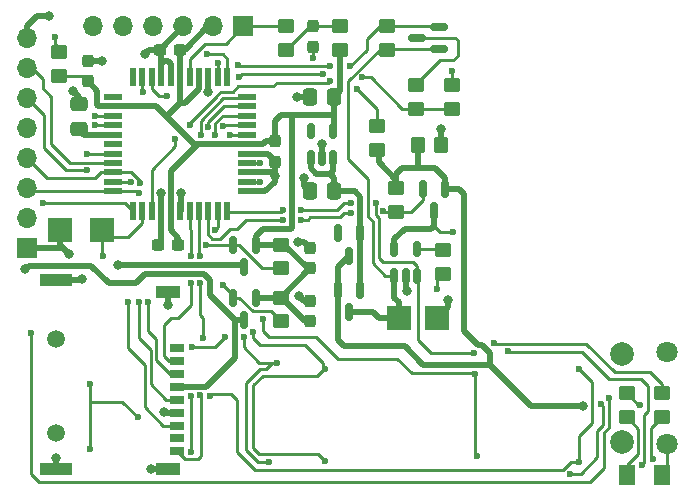
<source format=gbr>
%TF.GenerationSoftware,KiCad,Pcbnew,(6.0.9)*%
%TF.CreationDate,2023-11-17T13:22:31+01:00*%
%TF.ProjectId,datakeyboard,64617461-6b65-4796-926f-6172642e6b69,2*%
%TF.SameCoordinates,Original*%
%TF.FileFunction,Copper,L2,Bot*%
%TF.FilePolarity,Positive*%
%FSLAX46Y46*%
G04 Gerber Fmt 4.6, Leading zero omitted, Abs format (unit mm)*
G04 Created by KiCad (PCBNEW (6.0.9)) date 2023-11-17 13:22:31*
%MOMM*%
%LPD*%
G01*
G04 APERTURE LIST*
G04 Aperture macros list*
%AMRoundRect*
0 Rectangle with rounded corners*
0 $1 Rounding radius*
0 $2 $3 $4 $5 $6 $7 $8 $9 X,Y pos of 4 corners*
0 Add a 4 corners polygon primitive as box body*
4,1,4,$2,$3,$4,$5,$6,$7,$8,$9,$2,$3,0*
0 Add four circle primitives for the rounded corners*
1,1,$1+$1,$2,$3*
1,1,$1+$1,$4,$5*
1,1,$1+$1,$6,$7*
1,1,$1+$1,$8,$9*
0 Add four rect primitives between the rounded corners*
20,1,$1+$1,$2,$3,$4,$5,0*
20,1,$1+$1,$4,$5,$6,$7,0*
20,1,$1+$1,$6,$7,$8,$9,0*
20,1,$1+$1,$8,$9,$2,$3,0*%
G04 Aperture macros list end*
%TA.AperFunction,SMDPad,CuDef*%
%ADD10RoundRect,0.250000X0.450000X-0.350000X0.450000X0.350000X-0.450000X0.350000X-0.450000X-0.350000X0*%
%TD*%
%TA.AperFunction,ComponentPad*%
%ADD11R,1.700000X1.700000*%
%TD*%
%TA.AperFunction,ComponentPad*%
%ADD12O,1.700000X1.700000*%
%TD*%
%TA.AperFunction,ComponentPad*%
%ADD13C,2.000000*%
%TD*%
%TA.AperFunction,ComponentPad*%
%ADD14C,1.800000*%
%TD*%
%TA.AperFunction,ComponentPad*%
%ADD15C,1.500000*%
%TD*%
%TA.AperFunction,SMDPad,CuDef*%
%ADD16R,1.200000X0.700000*%
%TD*%
%TA.AperFunction,SMDPad,CuDef*%
%ADD17R,2.000000X1.000000*%
%TD*%
%TA.AperFunction,SMDPad,CuDef*%
%ADD18R,2.800000X1.000000*%
%TD*%
%TA.AperFunction,SMDPad,CuDef*%
%ADD19R,1.500000X0.550000*%
%TD*%
%TA.AperFunction,SMDPad,CuDef*%
%ADD20R,0.550000X1.500000*%
%TD*%
%TA.AperFunction,SMDPad,CuDef*%
%ADD21RoundRect,0.250000X-0.450000X0.350000X-0.450000X-0.350000X0.450000X-0.350000X0.450000X0.350000X0*%
%TD*%
%TA.AperFunction,SMDPad,CuDef*%
%ADD22R,2.000000X2.000000*%
%TD*%
%TA.AperFunction,SMDPad,CuDef*%
%ADD23RoundRect,0.237500X-0.237500X0.300000X-0.237500X-0.300000X0.237500X-0.300000X0.237500X0.300000X0*%
%TD*%
%TA.AperFunction,SMDPad,CuDef*%
%ADD24RoundRect,0.237500X0.300000X0.237500X-0.300000X0.237500X-0.300000X-0.237500X0.300000X-0.237500X0*%
%TD*%
%TA.AperFunction,SMDPad,CuDef*%
%ADD25RoundRect,0.150000X0.150000X-0.512500X0.150000X0.512500X-0.150000X0.512500X-0.150000X-0.512500X0*%
%TD*%
%TA.AperFunction,SMDPad,CuDef*%
%ADD26RoundRect,0.250000X0.350000X0.450000X-0.350000X0.450000X-0.350000X-0.450000X0.350000X-0.450000X0*%
%TD*%
%TA.AperFunction,SMDPad,CuDef*%
%ADD27RoundRect,0.250000X0.337500X0.475000X-0.337500X0.475000X-0.337500X-0.475000X0.337500X-0.475000X0*%
%TD*%
%TA.AperFunction,SMDPad,CuDef*%
%ADD28RoundRect,0.237500X0.237500X-0.300000X0.237500X0.300000X-0.237500X0.300000X-0.237500X-0.300000X0*%
%TD*%
%TA.AperFunction,SMDPad,CuDef*%
%ADD29RoundRect,0.150000X-0.150000X0.587500X-0.150000X-0.587500X0.150000X-0.587500X0.150000X0.587500X0*%
%TD*%
%TA.AperFunction,SMDPad,CuDef*%
%ADD30RoundRect,0.150000X0.587500X0.150000X-0.587500X0.150000X-0.587500X-0.150000X0.587500X-0.150000X0*%
%TD*%
%TA.AperFunction,SMDPad,CuDef*%
%ADD31RoundRect,0.250001X0.462499X0.624999X-0.462499X0.624999X-0.462499X-0.624999X0.462499X-0.624999X0*%
%TD*%
%TA.AperFunction,SMDPad,CuDef*%
%ADD32RoundRect,0.250000X-0.475000X0.337500X-0.475000X-0.337500X0.475000X-0.337500X0.475000X0.337500X0*%
%TD*%
%TA.AperFunction,ViaPad*%
%ADD33C,0.600000*%
%TD*%
%TA.AperFunction,ViaPad*%
%ADD34C,0.800000*%
%TD*%
%TA.AperFunction,Conductor*%
%ADD35C,0.250000*%
%TD*%
%TA.AperFunction,Conductor*%
%ADD36C,0.500000*%
%TD*%
G04 APERTURE END LIST*
D10*
%TO.P,R14,1*%
%TO.N,+3V0*%
X104775000Y-111236000D03*
%TO.P,R14,2*%
%TO.N,/CASE*%
X104775000Y-109236000D03*
%TD*%
D11*
%TO.P,JDISP1,1,Pin_1*%
%TO.N,GND*%
X102000000Y-125820000D03*
D12*
%TO.P,JDISP1,2,Pin_2*%
%TO.N,/VPER*%
X102000000Y-123280000D03*
%TO.P,JDISP1,3,Pin_3*%
%TO.N,/SCLK*%
X102000000Y-120740000D03*
%TO.P,JDISP1,4,Pin_4*%
%TO.N,/MOSI*%
X102000000Y-118200000D03*
%TO.P,JDISP1,5,Pin_5*%
%TO.N,/RES_D*%
X102000000Y-115660000D03*
%TO.P,JDISP1,6,Pin_6*%
%TO.N,/RS_D*%
X102000000Y-113120000D03*
%TO.P,JDISP1,7,Pin_7*%
%TO.N,/CS_D*%
X102000000Y-110580000D03*
%TO.P,JDISP1,8,Pin_8*%
%TO.N,/LEDA*%
X102000000Y-108040000D03*
%TD*%
D13*
%TO.P,JUSB1,6,Shield*%
%TO.N,GND*%
X152395000Y-134775000D03*
D14*
X156195000Y-134625000D03*
X156195000Y-142375000D03*
D13*
X152395000Y-142225000D03*
%TD*%
D11*
%TO.P,JPICKKIT1,1,Pin_1*%
%TO.N,/RESET*%
X120350000Y-107000000D03*
D12*
%TO.P,JPICKKIT1,2,Pin_2*%
%TO.N,+3V0*%
X117810000Y-107000000D03*
%TO.P,JPICKKIT1,3,Pin_3*%
%TO.N,GND*%
X115270000Y-107000000D03*
%TO.P,JPICKKIT1,4,Pin_4*%
%TO.N,Net-(JPICKKIT1-Pad4)*%
X112730000Y-107000000D03*
%TO.P,JPICKKIT1,5,Pin_5*%
%TO.N,Net-(JPICKKIT1-Pad5)*%
X110190000Y-107000000D03*
%TO.P,JPICKKIT1,6,Pin_6*%
%TO.N,unconnected-(JPICKKIT1-Pad6)*%
X107650000Y-107000000D03*
%TD*%
D15*
%TO.P,JCARD1,*%
%TO.N,*%
X104500000Y-141500000D03*
X104500000Y-133500000D03*
D16*
%TO.P,JCARD1,1,DAT2*%
%TO.N,unconnected-(JCARD1-Pad1)*%
X114725000Y-134225000D03*
%TO.P,JCARD1,2,DAT3/CD*%
%TO.N,/SDCard_CS*%
X114725000Y-135325000D03*
%TO.P,JCARD1,3,CMD*%
%TO.N,/MOSI*%
X114725000Y-136425000D03*
%TO.P,JCARD1,4,VDD*%
%TO.N,/VPER*%
X114725000Y-137525000D03*
%TO.P,JCARD1,5,CLK*%
%TO.N,/SCLK*%
X114725000Y-138625000D03*
%TO.P,JCARD1,6,VSS*%
%TO.N,GND*%
X114725000Y-139725000D03*
%TO.P,JCARD1,7,DAT0*%
%TO.N,/MISO*%
X114725000Y-140825000D03*
%TO.P,JCARD1,8,DAT1*%
%TO.N,unconnected-(JCARD1-Pad8)*%
X114725000Y-141925000D03*
%TO.P,JCARD1,9,DET_B*%
%TO.N,/SDCard_CD*%
X114725000Y-143025000D03*
D17*
%TO.P,JCARD1,10,DET_A*%
%TO.N,GND*%
X114000000Y-144500000D03*
D18*
%TO.P,JCARD1,11,SHIELD*%
X104500000Y-128500000D03*
X104500000Y-144500000D03*
D17*
X114000000Y-129500000D03*
%TD*%
D19*
%TO.P,U1,1,RB9*%
%TO.N,/SCLK*%
X109300000Y-121000000D03*
%TO.P,U1,2,RC6*%
%TO.N,/MISO*%
X109300000Y-120200000D03*
%TO.P,U1,3,RC7*%
%TO.N,/MOSI*%
X109300000Y-119400000D03*
%TO.P,U1,4,RC8*%
%TO.N,/CS_D*%
X109300000Y-118600000D03*
%TO.P,U1,5,PC9*%
%TO.N,/RS_D*%
X109300000Y-117800000D03*
%TO.P,U1,6,VBAT*%
%TO.N,unconnected-(U1-Pad6)*%
X109300000Y-117000000D03*
%TO.P,U1,7,VCAP*%
%TO.N,Net-(C3-Pad2)*%
X109300000Y-116200000D03*
%TO.P,U1,8,RB10*%
%TO.N,Net-(JUSB1-Pad3)*%
X109300000Y-115400000D03*
%TO.P,U1,9,RB11*%
%TO.N,Net-(JUSB1-Pad2)*%
X109300000Y-114600000D03*
%TO.P,U1,10,VUSB3V3*%
%TO.N,+3V0*%
X109300000Y-113800000D03*
%TO.P,U1,11,RB13*%
%TO.N,unconnected-(U1-Pad11)*%
X109300000Y-113000000D03*
D20*
%TO.P,U1,12,RA10*%
%TO.N,unconnected-(U1-Pad12)*%
X111000000Y-111300000D03*
%TO.P,U1,13,RA7*%
%TO.N,/VOLT_PWR*%
X111800000Y-111300000D03*
%TO.P,U1,14,RB14*%
%TO.N,/VOLT_READ*%
X112600000Y-111300000D03*
%TO.P,U1,15,RB15*%
%TO.N,GND*%
X113400000Y-111300000D03*
%TO.P,U1,16,AVSS/VSS*%
X114200000Y-111300000D03*
%TO.P,U1,17,AVDD*%
%TO.N,+3V0*%
X115000000Y-111300000D03*
%TO.P,U1,18,MCLR*%
%TO.N,/RESET*%
X115800000Y-111300000D03*
%TO.P,U1,19,RA0*%
%TO.N,+3V0*%
X116600000Y-111300000D03*
%TO.P,U1,20,RA1*%
%TO.N,GND*%
X117400000Y-111300000D03*
%TO.P,U1,21,RB0*%
%TO.N,Net-(JPICKKIT1-Pad4)*%
X118200000Y-111300000D03*
%TO.P,U1,22,RB1*%
%TO.N,Net-(JPICKKIT1-Pad5)*%
X119000000Y-111300000D03*
D19*
%TO.P,U1,23,RB2*%
%TO.N,/OC1*%
X120700000Y-113000000D03*
%TO.P,U1,24,RB3*%
%TO.N,/PER_PWR*%
X120700000Y-113800000D03*
%TO.P,U1,25,RC0*%
%TO.N,/BTN1*%
X120700000Y-114600000D03*
%TO.P,U1,26,RC1*%
%TO.N,/BTN2*%
X120700000Y-115400000D03*
%TO.P,U1,27,RC2*%
%TO.N,/BTN3*%
X120700000Y-116200000D03*
%TO.P,U1,28,VDD*%
%TO.N,+3V0*%
X120700000Y-117000000D03*
%TO.P,U1,29,VSS*%
%TO.N,GND*%
X120700000Y-117800000D03*
%TO.P,U1,30,RA2*%
%TO.N,/BTN4*%
X120700000Y-118600000D03*
%TO.P,U1,31,RA3*%
%TO.N,GND*%
X120700000Y-119400000D03*
%TO.P,U1,32,RA8*%
%TO.N,/BTN5*%
X120700000Y-120200000D03*
%TO.P,U1,33,RB4*%
%TO.N,GND*%
X120700000Y-121000000D03*
D20*
%TO.P,U1,34,RA4*%
%TO.N,/CHRG*%
X119000000Y-122700000D03*
%TO.P,U1,35,RA9*%
%TO.N,/BTN6*%
X118200000Y-122700000D03*
%TO.P,U1,36,RC3*%
%TO.N,/CHRG_PWR*%
X117400000Y-122700000D03*
%TO.P,U1,37,RC4*%
%TO.N,/SDCard_CD*%
X116600000Y-122700000D03*
%TO.P,U1,38,RC5*%
%TO.N,/SDCard_CS*%
X115800000Y-122700000D03*
%TO.P,U1,39,VSS*%
%TO.N,GND*%
X115000000Y-122700000D03*
%TO.P,U1,40,VDD*%
%TO.N,+3V0*%
X114200000Y-122700000D03*
%TO.P,U1,41,RB5*%
%TO.N,GND*%
X113400000Y-122700000D03*
%TO.P,U1,42,RB6*%
%TO.N,Net-(R1-Pad1)*%
X112600000Y-122700000D03*
%TO.P,U1,43,RB7*%
%TO.N,/CASE*%
X111800000Y-122700000D03*
%TO.P,U1,44,RB8*%
%TO.N,/RES_D*%
X111000000Y-122700000D03*
%TD*%
D21*
%TO.P,R1,1*%
%TO.N,Net-(R1-Pad1)*%
X131700000Y-115500000D03*
%TO.P,R1,2*%
%TO.N,/VUSB*%
X131700000Y-117500000D03*
%TD*%
D22*
%TO.P,JCASE2,1,Pin_1*%
%TO.N,GND*%
X104800000Y-124300000D03*
%TD*%
D23*
%TO.P,C10,1*%
%TO.N,+3V0*%
X123000000Y-116750000D03*
%TO.P,C10,2*%
%TO.N,GND*%
X123000000Y-118475000D03*
%TD*%
D21*
%TO.P,R5,1*%
%TO.N,Net-(Q3-Pad3)*%
X135000000Y-112000000D03*
%TO.P,R5,2*%
%TO.N,/VOLT_READ*%
X135000000Y-114000000D03*
%TD*%
D24*
%TO.P,C6,1*%
%TO.N,+3V0*%
X115000000Y-109000000D03*
%TO.P,C6,2*%
%TO.N,GND*%
X113275000Y-109000000D03*
%TD*%
D25*
%TO.P,U3,1,IN*%
%TO.N,Net-(C1-Pad1)*%
X127950000Y-118137500D03*
%TO.P,U3,2,GND*%
%TO.N,GND*%
X127000000Y-118137500D03*
%TO.P,U3,3,EN*%
%TO.N,Net-(C1-Pad1)*%
X126050000Y-118137500D03*
%TO.P,U3,4,BP*%
%TO.N,unconnected-(U3-Pad4)*%
X126050000Y-115862500D03*
%TO.P,U3,5,OUT*%
%TO.N,+3V0*%
X127950000Y-115862500D03*
%TD*%
%TO.P,U2,1,STAT*%
%TO.N,/CHRG*%
X135050000Y-128137500D03*
%TO.P,U2,2,VSS*%
%TO.N,GND*%
X134100000Y-128137500D03*
%TO.P,U2,3,VBAT*%
%TO.N,/VBAT*%
X133150000Y-128137500D03*
%TO.P,U2,4,VDD*%
%TO.N,Net-(Q4-Pad3)*%
X133150000Y-125862500D03*
%TO.P,U2,5,PROG*%
%TO.N,Net-(R9-Pad2)*%
X135050000Y-125862500D03*
%TD*%
D10*
%TO.P,R10,1*%
%TO.N,/PER_PWR*%
X123500000Y-132000000D03*
%TO.P,R10,2*%
%TO.N,+3V0*%
X123500000Y-130000000D03*
%TD*%
D21*
%TO.P,R11,1*%
%TO.N,+3V0*%
X123500000Y-125500000D03*
%TO.P,R11,2*%
%TO.N,/OC1*%
X123500000Y-127500000D03*
%TD*%
D10*
%TO.P,R4,1*%
%TO.N,/VOLT_READ*%
X138000000Y-114000000D03*
%TO.P,R4,2*%
%TO.N,GND*%
X138000000Y-112000000D03*
%TD*%
D26*
%TO.P,R13,1*%
%TO.N,GND*%
X137100000Y-117100000D03*
%TO.P,R13,2*%
%TO.N,/VUSB*%
X135100000Y-117100000D03*
%TD*%
D27*
%TO.P,C2,1*%
%TO.N,+3V0*%
X128037500Y-113000000D03*
%TO.P,C2,2*%
%TO.N,GND*%
X125962500Y-113000000D03*
%TD*%
D22*
%TO.P,JBAT2,1,Pin_1*%
%TO.N,GND*%
X136750000Y-131750000D03*
%TD*%
D28*
%TO.P,C7,1*%
%TO.N,+3V0*%
X126000000Y-127500000D03*
%TO.P,C7,2*%
%TO.N,GND*%
X126000000Y-125775000D03*
%TD*%
D29*
%TO.P,D3,1*%
%TO.N,unconnected-(D3-Pad1)*%
X128350000Y-124562500D03*
%TO.P,D3,2*%
%TO.N,Net-(C1-Pad1)*%
X130250000Y-124562500D03*
%TO.P,D3,3*%
%TO.N,/VUSB*%
X129300000Y-126437500D03*
%TD*%
D22*
%TO.P,JBAT1,1,Pin_1*%
%TO.N,/VBAT*%
X133500000Y-131750000D03*
%TD*%
D29*
%TO.P,Q1,1,G*%
%TO.N,/PER_PWR*%
X119500000Y-130000000D03*
%TO.P,Q1,2,S*%
%TO.N,+3V0*%
X121400000Y-130000000D03*
%TO.P,Q1,3,D*%
%TO.N,/VPER*%
X120450000Y-131875000D03*
%TD*%
D28*
%TO.P,C5,1*%
%TO.N,+3V0*%
X107200000Y-111662500D03*
%TO.P,C5,2*%
%TO.N,GND*%
X107200000Y-109937500D03*
%TD*%
D21*
%TO.P,R3,1*%
%TO.N,/VUSB*%
X152800000Y-138100000D03*
%TO.P,R3,2*%
%TO.N,Net-(D2-Pad2)*%
X152800000Y-140100000D03*
%TD*%
D10*
%TO.P,R8,1*%
%TO.N,Net-(C11-Pad1)*%
X124000000Y-109000000D03*
%TO.P,R8,2*%
%TO.N,/RESET*%
X124000000Y-107000000D03*
%TD*%
D29*
%TO.P,Q2,1,G*%
%TO.N,/OC1*%
X119500000Y-125562500D03*
%TO.P,Q2,2,S*%
%TO.N,+3V0*%
X121400000Y-125562500D03*
%TO.P,Q2,3,D*%
%TO.N,/LEDA*%
X120450000Y-127437500D03*
%TD*%
D24*
%TO.P,C8,1*%
%TO.N,+3V0*%
X114862500Y-125500000D03*
%TO.P,C8,2*%
%TO.N,GND*%
X113137500Y-125500000D03*
%TD*%
D10*
%TO.P,R12,1*%
%TO.N,/CHRG_PWR*%
X133300000Y-122750000D03*
%TO.P,R12,2*%
%TO.N,/VUSB*%
X133300000Y-120750000D03*
%TD*%
D28*
%TO.P,C9,1*%
%TO.N,+3V0*%
X126000000Y-132000000D03*
%TO.P,C9,2*%
%TO.N,GND*%
X126000000Y-130275000D03*
%TD*%
D27*
%TO.P,C1,1*%
%TO.N,Net-(C1-Pad1)*%
X128037500Y-121000000D03*
%TO.P,C1,2*%
%TO.N,GND*%
X125962500Y-121000000D03*
%TD*%
D10*
%TO.P,R2,1*%
%TO.N,Net-(D1-Pad2)*%
X155800000Y-140100000D03*
%TO.P,R2,2*%
%TO.N,Net-(Q4-Pad3)*%
X155800000Y-138100000D03*
%TD*%
D22*
%TO.P,JCASE1,1,Pin_1*%
%TO.N,/CASE*%
X108400000Y-124300000D03*
%TD*%
D23*
%TO.P,C11,1*%
%TO.N,Net-(C11-Pad1)*%
X126250000Y-107025000D03*
%TO.P,C11,2*%
%TO.N,GND*%
X126250000Y-108750000D03*
%TD*%
D10*
%TO.P,R7,1*%
%TO.N,+3V0*%
X128500000Y-109000000D03*
%TO.P,R7,2*%
%TO.N,Net-(C11-Pad1)*%
X128500000Y-107000000D03*
%TD*%
D29*
%TO.P,Q4,1,G*%
%TO.N,/CHRG_PWR*%
X135550000Y-120812500D03*
%TO.P,Q4,2,S*%
%TO.N,/VUSB*%
X137450000Y-120812500D03*
%TO.P,Q4,3,D*%
%TO.N,Net-(Q4-Pad3)*%
X136500000Y-122687500D03*
%TD*%
D30*
%TO.P,Q3,1,G*%
%TO.N,/VOLT_PWR*%
X136937500Y-107050000D03*
%TO.P,Q3,2,S*%
%TO.N,/VBAT*%
X136937500Y-108950000D03*
%TO.P,Q3,3,D*%
%TO.N,Net-(Q3-Pad3)*%
X135062500Y-108000000D03*
%TD*%
D10*
%TO.P,R6,1*%
%TO.N,/VBAT*%
X132500000Y-109000000D03*
%TO.P,R6,2*%
%TO.N,/VOLT_PWR*%
X132500000Y-107000000D03*
%TD*%
D31*
%TO.P,D2,1,K*%
%TO.N,GND*%
X155787500Y-145000000D03*
%TO.P,D2,2,A*%
%TO.N,Net-(D2-Pad2)*%
X152812500Y-145000000D03*
%TD*%
D29*
%TO.P,Q5,1,G*%
%TO.N,/VUSB*%
X128350000Y-129362500D03*
%TO.P,Q5,2,S*%
%TO.N,Net-(C1-Pad1)*%
X130250000Y-129362500D03*
%TO.P,Q5,3,D*%
%TO.N,/VBAT*%
X129300000Y-131237500D03*
%TD*%
D10*
%TO.P,R9,1*%
%TO.N,GND*%
X137300000Y-128000000D03*
%TO.P,R9,2*%
%TO.N,Net-(R9-Pad2)*%
X137300000Y-126000000D03*
%TD*%
D32*
%TO.P,C3,1*%
%TO.N,GND*%
X106400000Y-113625000D03*
%TO.P,C3,2*%
%TO.N,Net-(C3-Pad2)*%
X106400000Y-115700000D03*
%TD*%
D33*
%TO.N,/CASE*%
X104394000Y-107950000D03*
X108458000Y-126492000D03*
D34*
%TO.N,GND*%
X112500000Y-144500000D03*
X125000000Y-125300000D03*
X112000000Y-109400000D03*
D33*
X138000000Y-110800000D03*
D34*
X124900000Y-113000000D03*
X114000000Y-130600000D03*
X108400000Y-110000000D03*
X105600000Y-126300000D03*
D33*
X126250000Y-109750000D03*
D34*
X115049500Y-121100000D03*
X113350500Y-121100000D03*
X137700000Y-130200000D03*
X104500000Y-143600000D03*
X125100000Y-129900000D03*
X105900000Y-112500000D03*
X137100000Y-115700000D03*
X134237573Y-129478530D03*
D33*
X136750000Y-129250000D03*
D34*
X113600000Y-139700000D03*
X125500000Y-119900000D03*
X106700000Y-128400000D03*
X117400000Y-112600000D03*
X123000000Y-119700000D03*
X127000000Y-117000000D03*
%TO.N,/VUSB*%
X149100000Y-139200000D03*
D33*
X153975500Y-139100000D03*
%TO.N,/SDCard_CS*%
X115900000Y-126450500D03*
X115900000Y-128749500D03*
%TO.N,/MOSI*%
X111613067Y-120308533D03*
X112300000Y-130400000D03*
D34*
%TO.N,/VPER*%
X101900000Y-127600000D03*
D33*
%TO.N,/SCLK*%
X111500497Y-130400000D03*
X111500000Y-121100000D03*
%TO.N,/MISO*%
X110800000Y-120200000D03*
X110600000Y-130400000D03*
%TO.N,/SDCard_CD*%
X116699503Y-126450500D03*
X116700000Y-138274500D03*
X116900000Y-133400000D03*
X116700000Y-128749500D03*
%TO.N,/RES_D*%
X103375500Y-122000000D03*
%TO.N,/RS_D*%
X107100000Y-119224500D03*
X107100000Y-117800000D03*
D34*
%TO.N,/LEDA*%
X109728000Y-127254000D03*
X103886000Y-106172000D03*
D33*
%TO.N,Net-(JPICKKIT1-Pad4)*%
X118200000Y-110100000D03*
%TO.N,Net-(JPICKKIT1-Pad5)*%
X117300000Y-109400000D03*
%TO.N,/PER_PWR*%
X117351000Y-115573407D03*
X118624500Y-128900000D03*
%TO.N,/OC1*%
X116726500Y-116200000D03*
X117224500Y-125500000D03*
%TO.N,/VOLT_PWR*%
X129400000Y-110400000D03*
X127708285Y-110425408D03*
X119900000Y-110300000D03*
X111900000Y-112600000D03*
%TO.N,Net-(R1-Pad1)*%
X127700000Y-111674408D03*
X114600000Y-116600000D03*
X130000000Y-112300000D03*
X115800688Y-115399312D03*
%TO.N,/CHRG*%
X131574500Y-122000000D03*
X142800000Y-134524500D03*
X125212000Y-122600000D03*
X123713000Y-122600000D03*
X139900000Y-134700000D03*
X129500500Y-122000000D03*
X154100000Y-144200000D03*
%TO.N,/VOLT_READ*%
X130441589Y-111341589D03*
X120000000Y-111300000D03*
X127100000Y-111049908D03*
X113900000Y-112900000D03*
%TO.N,/BTN1*%
X111400000Y-140100000D03*
X107400000Y-142800000D03*
X107400000Y-137300000D03*
X117975500Y-116200000D03*
%TO.N,/BTN2*%
X115900000Y-143075500D03*
X115900000Y-138300000D03*
X118824500Y-133300000D03*
X118600000Y-115500000D03*
X116000000Y-134200000D03*
%TO.N,/BTN3*%
X122500000Y-143900000D03*
X119224500Y-116200000D03*
X123200000Y-135500000D03*
X120400000Y-133300000D03*
%TO.N,/BTN5*%
X121800000Y-120200000D03*
X122000000Y-131779126D03*
X140100000Y-143400000D03*
X139976783Y-136439303D03*
%TO.N,/BTN6*%
X148800000Y-143900000D03*
X117500000Y-138300000D03*
X117975500Y-124266589D03*
X148800000Y-136000000D03*
%TO.N,/BTN4*%
X121200000Y-132900000D03*
X121800000Y-118600000D03*
X127300000Y-136000000D03*
X127300000Y-143800000D03*
%TO.N,/CHRG_PWR*%
X132200000Y-122700000D03*
X129500000Y-122800000D03*
X123713000Y-123450500D03*
X125212000Y-123399503D03*
%TO.N,Net-(JUSB1-Pad2)*%
X148000000Y-144900000D03*
X150600000Y-139000000D03*
X107800000Y-114600000D03*
%TO.N,Net-(JUSB1-Pad3)*%
X151300000Y-138500000D03*
X107800000Y-115400000D03*
X102400000Y-133000000D03*
%TO.N,Net-(D1-Pad2)*%
X155004149Y-143697648D03*
%TO.N,Net-(Q4-Pad3)*%
X141600000Y-133800000D03*
X138100000Y-124400000D03*
%TD*%
D35*
%TO.N,/CASE*%
X104394000Y-108458000D02*
X104394000Y-107950000D01*
X104775000Y-108839000D02*
X104394000Y-108458000D01*
X104775000Y-109236000D02*
X104775000Y-108839000D01*
%TO.N,+3V0*%
X106773500Y-111236000D02*
X107200000Y-111662500D01*
X104775000Y-111236000D02*
X106773500Y-111236000D01*
%TO.N,/CS_D*%
X102480000Y-110580000D02*
X102000000Y-110580000D01*
X103378000Y-112268000D02*
X103378000Y-111478000D01*
X104100000Y-112990000D02*
X103378000Y-112268000D01*
X104100000Y-117000000D02*
X104100000Y-112990000D01*
X105700000Y-118600000D02*
X104100000Y-117000000D01*
X109300000Y-118600000D02*
X105700000Y-118600000D01*
X103378000Y-111478000D02*
X102480000Y-110580000D01*
%TO.N,/CASE*%
X108400000Y-126434000D02*
X108458000Y-126492000D01*
X108400000Y-124300000D02*
X108400000Y-126434000D01*
D36*
%TO.N,/LEDA*%
X102000000Y-107042000D02*
X102000000Y-108040000D01*
X102870000Y-106172000D02*
X102000000Y-107042000D01*
X103886000Y-106172000D02*
X102870000Y-106172000D01*
X109728000Y-127254000D02*
X109782000Y-127200000D01*
X109782000Y-127200000D02*
X120212500Y-127200000D01*
X120212500Y-127200000D02*
X120450000Y-127437500D01*
%TO.N,/VPER*%
X117500000Y-129750000D02*
X119625000Y-131875000D01*
X112030500Y-127999500D02*
X117010661Y-127999500D01*
X102200000Y-127300000D02*
X107488000Y-127300000D01*
X107488000Y-127300000D02*
X108966000Y-128778000D01*
X117500000Y-128488839D02*
X117500000Y-129750000D01*
X101900000Y-127600000D02*
X102200000Y-127300000D01*
X108966000Y-128778000D02*
X111252000Y-128778000D01*
X117010661Y-127999500D02*
X117500000Y-128488839D01*
X111252000Y-128778000D02*
X112030500Y-127999500D01*
%TO.N,/VBAT*%
X129300000Y-131237500D02*
X131362500Y-131237500D01*
X133500000Y-131750000D02*
X131875000Y-131750000D01*
D35*
X131900000Y-109000000D02*
X132500000Y-109000000D01*
D36*
X133500000Y-131750000D02*
X133500000Y-130400000D01*
X133150000Y-130050000D02*
X133150000Y-128137500D01*
D35*
X129250000Y-111650000D02*
X131900000Y-109000000D01*
X133150000Y-128137500D02*
X132337500Y-128137500D01*
X129250000Y-118250000D02*
X129250000Y-111650000D01*
X131300000Y-123500000D02*
X130950000Y-123150000D01*
D36*
X133500000Y-130400000D02*
X133150000Y-130050000D01*
D35*
X136937500Y-108950000D02*
X132550000Y-108950000D01*
X131300000Y-127100000D02*
X131300000Y-123500000D01*
X130950000Y-119950000D02*
X129250000Y-118250000D01*
X132550000Y-108950000D02*
X132500000Y-109000000D01*
X132337500Y-128137500D02*
X131300000Y-127100000D01*
D36*
X131875000Y-131750000D02*
X131362500Y-131237500D01*
D35*
X130950000Y-123150000D02*
X130950000Y-119950000D01*
D36*
%TO.N,GND*%
X134100000Y-129340957D02*
X134237573Y-129478530D01*
X115049500Y-121100000D02*
X115049500Y-122650500D01*
D35*
X137300000Y-128000000D02*
X136750000Y-128550000D01*
D36*
X113625000Y-139725000D02*
X113600000Y-139700000D01*
X137100000Y-117100000D02*
X137100000Y-115700000D01*
X114200000Y-110200000D02*
X114000000Y-110000000D01*
X103280000Y-125820000D02*
X105120000Y-125820000D01*
X117400000Y-112600000D02*
X117349500Y-112549500D01*
X113400000Y-111300000D02*
X113400000Y-110200000D01*
X113600000Y-110000000D02*
X113400000Y-110200000D01*
X106400000Y-113000000D02*
X106400000Y-113625000D01*
X104800000Y-125500000D02*
X104800000Y-124300000D01*
X107200000Y-109937500D02*
X108337500Y-109937500D01*
X102000000Y-125820000D02*
X103280000Y-125820000D01*
D35*
X138000000Y-112000000D02*
X138000000Y-110800000D01*
D36*
X113400000Y-110200000D02*
X113400000Y-109125000D01*
X114000000Y-129500000D02*
X114000000Y-130600000D01*
X114725000Y-139725000D02*
X113625000Y-139725000D01*
X134100000Y-128137500D02*
X134100000Y-129340957D01*
X114200000Y-111300000D02*
X114200000Y-110200000D01*
X104500000Y-128500000D02*
X106600000Y-128500000D01*
X113350500Y-121100000D02*
X113350500Y-122650500D01*
X125100000Y-129900000D02*
X125475000Y-130275000D01*
D35*
X126250000Y-108750000D02*
X126250000Y-109750000D01*
D36*
X113400000Y-125237500D02*
X113137500Y-125500000D01*
X127000000Y-118137500D02*
X127000000Y-117000000D01*
X113400000Y-122700000D02*
X113400000Y-125237500D01*
X105600000Y-126300000D02*
X104800000Y-125500000D01*
X137700000Y-130200000D02*
X137700000Y-130800000D01*
X125525000Y-125300000D02*
X126000000Y-125775000D01*
X108337500Y-109937500D02*
X108400000Y-110000000D01*
X122700000Y-119400000D02*
X123000000Y-119700000D01*
X123000000Y-118475000D02*
X123000000Y-119700000D01*
X113275000Y-109000000D02*
X113275000Y-108995000D01*
X137700000Y-130800000D02*
X136750000Y-131750000D01*
X114000000Y-110000000D02*
X113600000Y-110000000D01*
D35*
X156195000Y-144592500D02*
X156195000Y-142375000D01*
D36*
X113350500Y-122650500D02*
X113400000Y-122700000D01*
X113400000Y-109125000D02*
X113275000Y-109000000D01*
X125000000Y-125300000D02*
X125525000Y-125300000D01*
X122200000Y-121000000D02*
X123000000Y-120200000D01*
X120700000Y-121000000D02*
X122200000Y-121000000D01*
X105120000Y-125820000D02*
X105600000Y-126300000D01*
X117349500Y-111350500D02*
X117400000Y-111300000D01*
X112400000Y-109000000D02*
X112000000Y-109400000D01*
X123000000Y-118400000D02*
X123000000Y-118475000D01*
X123000000Y-120200000D02*
X123000000Y-119700000D01*
X106600000Y-128500000D02*
X106700000Y-128400000D01*
X125500000Y-119900000D02*
X125500000Y-120537500D01*
X120700000Y-119400000D02*
X122700000Y-119400000D01*
D35*
X155787500Y-145000000D02*
X156195000Y-144592500D01*
D36*
X125475000Y-130275000D02*
X126000000Y-130275000D01*
X120700000Y-117800000D02*
X122400000Y-117800000D01*
D35*
X136750000Y-128550000D02*
X136750000Y-129250000D01*
D36*
X122400000Y-117800000D02*
X123000000Y-118400000D01*
X124900000Y-113000000D02*
X125962500Y-113000000D01*
X105900000Y-112500000D02*
X106400000Y-113000000D01*
X125500000Y-120537500D02*
X125962500Y-121000000D01*
X114000000Y-144500000D02*
X112500000Y-144500000D01*
X113275000Y-108995000D02*
X115270000Y-107000000D01*
X117349500Y-112549500D02*
X117349500Y-111350500D01*
X113275000Y-109000000D02*
X112400000Y-109000000D01*
X104500000Y-144500000D02*
X104500000Y-143600000D01*
X115049500Y-122650500D02*
X115000000Y-122700000D01*
%TO.N,+3V0*%
X114200000Y-122700000D02*
X114200000Y-124300000D01*
X124400000Y-124200000D02*
X124462500Y-124137500D01*
X125600000Y-132000000D02*
X123600000Y-130000000D01*
X123500000Y-130000000D02*
X121400000Y-130000000D01*
X115400000Y-109000000D02*
X117400000Y-107000000D01*
X116200000Y-117000000D02*
X116500000Y-117000000D01*
X128037500Y-113000000D02*
X128500000Y-112537500D01*
X123500000Y-125500000D02*
X121462500Y-125500000D01*
X109300000Y-113800000D02*
X108100000Y-113800000D01*
X126000000Y-127500000D02*
X125800000Y-127500000D01*
X113750000Y-114550000D02*
X116200000Y-117000000D01*
X128037500Y-114537500D02*
X124462500Y-114537500D01*
X117400000Y-107000000D02*
X117810000Y-107000000D01*
X108000000Y-112462500D02*
X107200000Y-111662500D01*
X128037500Y-115775000D02*
X127950000Y-115862500D01*
X108100000Y-113800000D02*
X108000000Y-113700000D01*
X115000000Y-113500000D02*
X113950000Y-114550000D01*
X122000000Y-124200000D02*
X124400000Y-124200000D01*
X113950000Y-114550000D02*
X113750000Y-114550000D01*
X121400000Y-124800000D02*
X122000000Y-124200000D01*
X109300000Y-113800000D02*
X113000000Y-113800000D01*
X115000000Y-111300000D02*
X115000000Y-109000000D01*
X115400000Y-113500000D02*
X116600000Y-112300000D01*
X122000000Y-117000000D02*
X120700000Y-117000000D01*
X123000000Y-116750000D02*
X123000000Y-115075000D01*
X114200000Y-124300000D02*
X114862500Y-124962500D01*
X108000000Y-113700000D02*
X108000000Y-112462500D01*
X128037500Y-113000000D02*
X128037500Y-114537500D01*
X128500000Y-112537500D02*
X128500000Y-109000000D01*
X126000000Y-132000000D02*
X125600000Y-132000000D01*
X116600000Y-112300000D02*
X116600000Y-111300000D01*
X121462500Y-125500000D02*
X121400000Y-125562500D01*
X114200000Y-119300000D02*
X114200000Y-122700000D01*
X115000000Y-109000000D02*
X115400000Y-109000000D01*
X122000000Y-117000000D02*
X122250000Y-116750000D01*
X114200000Y-119300000D02*
X115350000Y-118150000D01*
X124462500Y-124137500D02*
X124462500Y-114537500D01*
X122250000Y-116750000D02*
X123000000Y-116750000D01*
X123500000Y-130000000D02*
X126000000Y-127500000D01*
X123800000Y-125500000D02*
X123500000Y-125500000D01*
X121400000Y-125562500D02*
X121400000Y-124800000D01*
X114862500Y-124962500D02*
X114862500Y-125500000D01*
X123600000Y-130000000D02*
X123500000Y-130000000D01*
X123000000Y-115075000D02*
X123537500Y-114537500D01*
X124462500Y-114537500D02*
X123537500Y-114537500D01*
X113000000Y-113800000D02*
X113750000Y-114550000D01*
X115000000Y-113500000D02*
X115400000Y-113500000D01*
X119000000Y-117000000D02*
X120700000Y-117000000D01*
X115350000Y-118150000D02*
X116500000Y-117000000D01*
X128037500Y-114537500D02*
X128037500Y-115775000D01*
X116500000Y-117000000D02*
X119000000Y-117000000D01*
X115000000Y-111300000D02*
X115000000Y-113500000D01*
X125800000Y-127500000D02*
X123800000Y-125500000D01*
%TO.N,Net-(C3-Pad2)*%
X106900000Y-116200000D02*
X106400000Y-115700000D01*
X109300000Y-116200000D02*
X106900000Y-116200000D01*
%TO.N,/VUSB*%
X133300000Y-120000000D02*
X131850000Y-118550000D01*
X128350000Y-127387500D02*
X129300000Y-126437500D01*
X128350000Y-133550000D02*
X128350000Y-129362500D01*
X144700000Y-139200000D02*
X141200000Y-135700000D01*
X131850000Y-117650000D02*
X131700000Y-117500000D01*
X149100000Y-139200000D02*
X147200000Y-139200000D01*
X139000000Y-132800000D02*
X139000000Y-121200000D01*
X133300000Y-119500000D02*
X133300000Y-120750000D01*
X135600000Y-135700000D02*
X134000000Y-134100000D01*
D35*
X153800000Y-139100000D02*
X152800000Y-138100000D01*
D36*
X135100000Y-117100000D02*
X135100000Y-118900000D01*
X140100000Y-135689303D02*
X138910697Y-135689303D01*
X141200000Y-135700000D02*
X141200000Y-134660661D01*
X141200000Y-135700000D02*
X140100000Y-135700000D01*
X136600000Y-119000000D02*
X135200000Y-119000000D01*
X147200000Y-139200000D02*
X144700000Y-139200000D01*
X138910697Y-135689303D02*
X138900000Y-135700000D01*
X138612500Y-120812500D02*
X137450000Y-120812500D01*
X140200000Y-134000000D02*
X139000000Y-132800000D01*
X131850000Y-118550000D02*
X131850000Y-117650000D01*
X138900000Y-135700000D02*
X135600000Y-135700000D01*
X135200000Y-119000000D02*
X133800000Y-119000000D01*
X133800000Y-119000000D02*
X133300000Y-119500000D01*
X140539339Y-134000000D02*
X140200000Y-134000000D01*
X128350000Y-129362500D02*
X128350000Y-127387500D01*
X141200000Y-134660661D02*
X140539339Y-134000000D01*
X137450000Y-120812500D02*
X137450000Y-119850000D01*
X128900000Y-134100000D02*
X128350000Y-133550000D01*
X135100000Y-118900000D02*
X135200000Y-119000000D01*
X134000000Y-134100000D02*
X128900000Y-134100000D01*
D35*
X153975500Y-139100000D02*
X153800000Y-139100000D01*
D36*
X133300000Y-120750000D02*
X133300000Y-120000000D01*
X137450000Y-119850000D02*
X136600000Y-119000000D01*
X139000000Y-121200000D02*
X138612500Y-120812500D01*
D35*
%TO.N,/SDCard_CS*%
X115800000Y-124200000D02*
X115800000Y-122700000D01*
X114800000Y-131700000D02*
X114200000Y-131700000D01*
X113600000Y-132300000D02*
X113600000Y-134900000D01*
X113600000Y-134900000D02*
X114025000Y-135325000D01*
X114025000Y-135325000D02*
X114725000Y-135325000D01*
X115900000Y-128749500D02*
X115900000Y-130600000D01*
X114200000Y-131700000D02*
X113600000Y-132300000D01*
X115900000Y-130600000D02*
X114800000Y-131700000D01*
X115900000Y-124300000D02*
X115800000Y-124200000D01*
X115900000Y-126450500D02*
X115900000Y-124300000D01*
%TO.N,/MOSI*%
X110883884Y-119400000D02*
X109300000Y-119400000D01*
X107800000Y-119900000D02*
X103700000Y-119900000D01*
X113000000Y-133500000D02*
X113000000Y-135300000D01*
X111613067Y-120129183D02*
X110883884Y-119400000D01*
X109300000Y-119400000D02*
X108300000Y-119400000D01*
X112300000Y-130400000D02*
X112300000Y-132800000D01*
X114125000Y-136425000D02*
X114725000Y-136425000D01*
X103700000Y-119900000D02*
X102000000Y-118200000D01*
X108300000Y-119400000D02*
X107800000Y-119900000D01*
X113000000Y-135300000D02*
X114125000Y-136425000D01*
X112300000Y-132800000D02*
X113000000Y-133500000D01*
X111613067Y-120308533D02*
X111613067Y-120129183D01*
D36*
%TO.N,/VPER*%
X117175000Y-137525000D02*
X114725000Y-137525000D01*
X119625000Y-135075000D02*
X117175000Y-137525000D01*
X120450000Y-131875000D02*
X119625000Y-131875000D01*
X119625000Y-131875000D02*
X119625000Y-135075000D01*
D35*
%TO.N,/SCLK*%
X111500497Y-133400497D02*
X112500000Y-134400000D01*
X111500000Y-121100000D02*
X111400000Y-121000000D01*
X112500000Y-134400000D02*
X112500000Y-137300000D01*
X102260000Y-121000000D02*
X102000000Y-120740000D01*
X113825000Y-138625000D02*
X114725000Y-138625000D01*
X112500000Y-137300000D02*
X113825000Y-138625000D01*
X109300000Y-121000000D02*
X102260000Y-121000000D01*
X111500497Y-130400000D02*
X111500497Y-133400497D01*
X111400000Y-121000000D02*
X109300000Y-121000000D01*
%TO.N,/MISO*%
X110800000Y-120200000D02*
X109300000Y-120200000D01*
X112000000Y-139300000D02*
X113525000Y-140825000D01*
X112000000Y-135700000D02*
X112000000Y-139300000D01*
X110600000Y-130400000D02*
X110600000Y-134300000D01*
X113525000Y-140825000D02*
X114725000Y-140825000D01*
X110600000Y-134300000D02*
X112000000Y-135700000D01*
%TO.N,/SDCard_CD*%
X116900000Y-133400000D02*
X116900000Y-131700000D01*
X116700000Y-131500000D02*
X116700000Y-128749500D01*
X116699503Y-126450500D02*
X116600000Y-126350997D01*
X116900000Y-131700000D02*
X116700000Y-131500000D01*
X116500000Y-143700000D02*
X115400000Y-143700000D01*
X115400000Y-143700000D02*
X114725000Y-143025000D01*
X116800000Y-143400000D02*
X116500000Y-143700000D01*
X116700000Y-138274500D02*
X116800000Y-138374500D01*
X116800000Y-138374500D02*
X116800000Y-143400000D01*
X116600000Y-126350997D02*
X116600000Y-122700000D01*
%TO.N,/CASE*%
X110600000Y-124900000D02*
X109000000Y-124900000D01*
X111800000Y-122700000D02*
X111800000Y-123700000D01*
X109000000Y-124900000D02*
X108400000Y-124300000D01*
X111800000Y-123700000D02*
X110600000Y-124900000D01*
%TO.N,/RES_D*%
X110300000Y-122000000D02*
X111000000Y-122700000D01*
X103375500Y-122000000D02*
X110300000Y-122000000D01*
%TO.N,/RS_D*%
X107100000Y-119224500D02*
X105324500Y-119224500D01*
X103450000Y-117350000D02*
X103450000Y-114570000D01*
X103450000Y-114570000D02*
X102000000Y-113120000D01*
X107100000Y-117800000D02*
X109300000Y-117800000D01*
X105324500Y-119224500D02*
X103450000Y-117350000D01*
%TO.N,/RESET*%
X115800000Y-111300000D02*
X115800000Y-109800000D01*
X118850000Y-108500000D02*
X120350000Y-107000000D01*
X117100000Y-108500000D02*
X118850000Y-108500000D01*
X115800000Y-109800000D02*
X117100000Y-108500000D01*
X120350000Y-107000000D02*
X124000000Y-107000000D01*
%TO.N,Net-(JPICKKIT1-Pad4)*%
X118200000Y-111300000D02*
X118200000Y-110100000D01*
%TO.N,Net-(JPICKKIT1-Pad5)*%
X118600000Y-109400000D02*
X117300000Y-109400000D01*
X119000000Y-111300000D02*
X119000000Y-109800000D01*
X119000000Y-109800000D02*
X118600000Y-109400000D01*
D36*
%TO.N,Net-(C1-Pad1)*%
X130250000Y-129362500D02*
X130250000Y-124562500D01*
X126500000Y-119500000D02*
X126050000Y-119050000D01*
X130250000Y-124562500D02*
X130250000Y-123050000D01*
X130250000Y-121450000D02*
X129800000Y-121000000D01*
X128037500Y-119837500D02*
X127700000Y-119500000D01*
X127950000Y-118137500D02*
X127950000Y-119250000D01*
X126050000Y-119050000D02*
X126050000Y-118137500D01*
X127950000Y-119250000D02*
X127700000Y-119500000D01*
X129800000Y-121000000D02*
X128037500Y-121000000D01*
X130250000Y-123050000D02*
X130250000Y-121450000D01*
X128037500Y-121000000D02*
X128037500Y-119837500D01*
X127700000Y-119500000D02*
X126500000Y-119500000D01*
D35*
%TO.N,Net-(D2-Pad2)*%
X152812500Y-144187500D02*
X153800000Y-143200000D01*
X153800000Y-143200000D02*
X153800000Y-141100000D01*
X153800000Y-141100000D02*
X152800000Y-140100000D01*
X152812500Y-145000000D02*
X152812500Y-144187500D01*
%TO.N,/PER_PWR*%
X119990749Y-130000000D02*
X121145374Y-131154626D01*
X117351000Y-115573407D02*
X117351000Y-115149000D01*
X121145374Y-131154626D02*
X122654626Y-131154626D01*
X118624500Y-128900000D02*
X119400000Y-129675500D01*
X117351000Y-115149000D02*
X118700000Y-113800000D01*
X119500000Y-130000000D02*
X119990749Y-130000000D01*
X122654626Y-131154626D02*
X123500000Y-132000000D01*
X118700000Y-113800000D02*
X120700000Y-113800000D01*
X119400000Y-129675500D02*
X119400000Y-129900000D01*
X119400000Y-129900000D02*
X119500000Y-130000000D01*
%TO.N,/OC1*%
X116726500Y-115037104D02*
X118663604Y-113100000D01*
X119500000Y-125562500D02*
X119984251Y-125562500D01*
X116726500Y-116200000D02*
X116726500Y-115037104D01*
X117224500Y-125500000D02*
X117287000Y-125562500D01*
X118663604Y-113100000D02*
X120600000Y-113100000D01*
X120600000Y-113100000D02*
X120700000Y-113000000D01*
X119984251Y-125562500D02*
X121921751Y-127500000D01*
X117287000Y-125562500D02*
X119500000Y-125562500D01*
X121921751Y-127500000D02*
X123500000Y-127500000D01*
%TO.N,/VOLT_PWR*%
X136887500Y-107000000D02*
X132500000Y-107000000D01*
X131900000Y-107000000D02*
X132500000Y-107000000D01*
X130800000Y-108100000D02*
X131900000Y-107000000D01*
X119900000Y-110300000D02*
X120025408Y-110425408D01*
X111800000Y-112500000D02*
X111900000Y-112600000D01*
X129400000Y-110400000D02*
X130800000Y-109000000D01*
X130800000Y-109000000D02*
X130800000Y-108100000D01*
X120025408Y-110425408D02*
X127708285Y-110425408D01*
X111800000Y-111300000D02*
X111800000Y-112500000D01*
X136937500Y-107050000D02*
X136887500Y-107000000D01*
%TO.N,Net-(Q3-Pad3)*%
X138500000Y-108200000D02*
X138300000Y-108000000D01*
X138100000Y-109900000D02*
X138500000Y-109500000D01*
X137000000Y-109900000D02*
X138100000Y-109900000D01*
X138300000Y-108000000D02*
X135062500Y-108000000D01*
X138500000Y-109500000D02*
X138500000Y-108200000D01*
X135000000Y-111900000D02*
X137000000Y-109900000D01*
X135000000Y-112000000D02*
X135000000Y-111900000D01*
%TO.N,Net-(R1-Pad1)*%
X117700305Y-113325000D02*
X117675000Y-113325000D01*
X118125000Y-112875000D02*
X118125000Y-112900305D01*
X127574408Y-111800000D02*
X123200000Y-111800000D01*
X115800688Y-115199312D02*
X115800688Y-115399312D01*
X127700000Y-111674408D02*
X127574408Y-111800000D01*
X118450000Y-112550000D02*
X118125000Y-112875000D01*
X118125000Y-112900305D02*
X117700305Y-113325000D01*
X112600000Y-119200000D02*
X112600000Y-122700000D01*
X114599312Y-116600688D02*
X114599312Y-117200688D01*
X131700000Y-114000000D02*
X131700000Y-115500000D01*
X119925000Y-112100000D02*
X119475000Y-112550000D01*
X117675000Y-113325000D02*
X115800688Y-115199312D01*
X114599312Y-117200688D02*
X112600000Y-119200000D01*
X130000000Y-112300000D02*
X131700000Y-114000000D01*
X122900000Y-112100000D02*
X119925000Y-112100000D01*
X119475000Y-112550000D02*
X118450000Y-112550000D01*
X123200000Y-111800000D02*
X122900000Y-112100000D01*
X114599312Y-116600688D02*
X114600000Y-116600000D01*
%TO.N,/CHRG*%
X149000000Y-134600000D02*
X151300000Y-136900000D01*
X154300000Y-139900000D02*
X154300000Y-144000000D01*
X135100000Y-133600000D02*
X135100000Y-128187500D01*
X132200000Y-127000000D02*
X134700000Y-127000000D01*
X154600000Y-139600000D02*
X154300000Y-139900000D01*
X131574500Y-122000000D02*
X131574500Y-122974500D01*
X129500500Y-122000000D02*
X128900000Y-122000000D01*
X135100000Y-128187500D02*
X135050000Y-128137500D01*
X136200000Y-134700000D02*
X135100000Y-133600000D01*
X154600000Y-137500000D02*
X154600000Y-139600000D01*
X139900000Y-134700000D02*
X136200000Y-134700000D01*
X128300000Y-122600000D02*
X125212000Y-122600000D01*
X131574500Y-122974500D02*
X131850000Y-123250000D01*
X123563000Y-122750000D02*
X123713000Y-122600000D01*
X154000000Y-136900000D02*
X154600000Y-137500000D01*
X134700000Y-127000000D02*
X135050000Y-127350000D01*
X131850000Y-126650000D02*
X132200000Y-127000000D01*
X119050000Y-122750000D02*
X123563000Y-122750000D01*
X154300000Y-144000000D02*
X154100000Y-144200000D01*
X135050000Y-127350000D02*
X135050000Y-128137500D01*
X151300000Y-136900000D02*
X154000000Y-136900000D01*
X128900000Y-122000000D02*
X128300000Y-122600000D01*
X131850000Y-123250000D02*
X131850000Y-126650000D01*
X142800000Y-134524500D02*
X142875500Y-134600000D01*
X142875500Y-134600000D02*
X149000000Y-134600000D01*
X119000000Y-122700000D02*
X119050000Y-122750000D01*
%TO.N,/VOLT_READ*%
X131141589Y-111341589D02*
X133800000Y-114000000D01*
X112600000Y-111300000D02*
X112600000Y-112300000D01*
X127100000Y-111049908D02*
X127049908Y-111100000D01*
X120200000Y-111100000D02*
X120000000Y-111300000D01*
X135000000Y-114000000D02*
X138000000Y-114000000D01*
X112600000Y-112300000D02*
X113200000Y-112900000D01*
X113200000Y-112900000D02*
X113900000Y-112900000D01*
X133800000Y-114000000D02*
X135000000Y-114000000D01*
X130441589Y-111341589D02*
X131141589Y-111341589D01*
X127049908Y-111100000D02*
X120200000Y-111100000D01*
%TO.N,Net-(R9-Pad2)*%
X137162500Y-125862500D02*
X137300000Y-126000000D01*
X135050000Y-125862500D02*
X137162500Y-125862500D01*
%TO.N,/BTN1*%
X117975500Y-116200000D02*
X117975500Y-115224500D01*
X118600000Y-114600000D02*
X120700000Y-114600000D01*
X117975500Y-115224500D02*
X118600000Y-114600000D01*
X107400000Y-142800000D02*
X107400000Y-138800000D01*
X107400000Y-138800000D02*
X107400000Y-137300000D01*
X111400000Y-140100000D02*
X110100000Y-138800000D01*
X110100000Y-138800000D02*
X107400000Y-138800000D01*
%TO.N,/BTN2*%
X116000000Y-134200000D02*
X117924500Y-134200000D01*
X115900000Y-138300000D02*
X115900000Y-143075500D01*
X118700000Y-115400000D02*
X120700000Y-115400000D01*
X118600000Y-115500000D02*
X118700000Y-115400000D01*
X117924500Y-134200000D02*
X118824500Y-133300000D01*
%TO.N,/BTN3*%
X120700000Y-116200000D02*
X119224500Y-116200000D01*
X120600000Y-142900000D02*
X121600000Y-143900000D01*
X122750000Y-135500000D02*
X122250000Y-136000000D01*
X122250000Y-136000000D02*
X121800000Y-136000000D01*
X123200000Y-135500000D02*
X121700000Y-135500000D01*
X120400000Y-134200000D02*
X120400000Y-133300000D01*
X121800000Y-136000000D02*
X120600000Y-137200000D01*
X123200000Y-135500000D02*
X122750000Y-135500000D01*
X121600000Y-143900000D02*
X122500000Y-143900000D01*
X120600000Y-137200000D02*
X120600000Y-142900000D01*
X121700000Y-135500000D02*
X120400000Y-134200000D01*
%TO.N,/BTN5*%
X122500000Y-133300000D02*
X126500000Y-133300000D01*
X122000000Y-131779126D02*
X122000000Y-132800000D01*
X126500000Y-133300000D02*
X128400000Y-135200000D01*
X120700000Y-120200000D02*
X121800000Y-120200000D01*
X122000000Y-132800000D02*
X122500000Y-133300000D01*
X139937480Y-136400000D02*
X139976783Y-136439303D01*
X140000000Y-136462520D02*
X139976783Y-136439303D01*
X128400000Y-135200000D02*
X133400000Y-135200000D01*
X134600000Y-136400000D02*
X139937480Y-136400000D01*
X140000000Y-143300000D02*
X140000000Y-136462520D01*
X133400000Y-135200000D02*
X134600000Y-136400000D01*
X140100000Y-143400000D02*
X140000000Y-143300000D01*
%TO.N,/BTN6*%
X148800000Y-143900000D02*
X148116116Y-143900000D01*
X149900000Y-140600000D02*
X148800000Y-141700000D01*
X147416116Y-144600000D02*
X121325000Y-144600000D01*
X121325000Y-144600000D02*
X119800000Y-143075000D01*
X148116116Y-143900000D02*
X147416116Y-144600000D01*
X118200000Y-124042089D02*
X118200000Y-122700000D01*
X119800000Y-138700000D02*
X119299801Y-138199801D01*
X149900000Y-137100000D02*
X149900000Y-140600000D01*
X117975500Y-124266589D02*
X118200000Y-124042089D01*
X117600199Y-138199801D02*
X117500000Y-138300000D01*
X148800000Y-141700000D02*
X148800000Y-143900000D01*
X119299801Y-138199801D02*
X117600199Y-138199801D01*
X148800000Y-136000000D02*
X149900000Y-137100000D01*
X119800000Y-143075000D02*
X119800000Y-138700000D01*
%TO.N,/BTN4*%
X121700000Y-143200000D02*
X126700000Y-143200000D01*
X127300000Y-136000000D02*
X127200000Y-136000000D01*
X127300000Y-136000000D02*
X127100000Y-135800000D01*
X121200000Y-133400000D02*
X121200000Y-132900000D01*
X127100000Y-135800000D02*
X127100000Y-135500000D01*
X121200000Y-142700000D02*
X121700000Y-143200000D01*
X126700000Y-143200000D02*
X127300000Y-143800000D01*
X125600000Y-134000000D02*
X121800000Y-134000000D01*
X121200000Y-137400000D02*
X121200000Y-142700000D01*
X122000000Y-136600000D02*
X121200000Y-137400000D01*
X127100000Y-135500000D02*
X125600000Y-134000000D01*
X126600000Y-136600000D02*
X122000000Y-136600000D01*
X120700000Y-118600000D02*
X121800000Y-118600000D01*
X121800000Y-134000000D02*
X121200000Y-133400000D01*
X127200000Y-136000000D02*
X126600000Y-136600000D01*
%TO.N,/CHRG_PWR*%
X117350500Y-122749500D02*
X117350500Y-124650500D01*
X118400000Y-125000000D02*
X119200000Y-124200000D01*
X134550000Y-122750000D02*
X135550000Y-121750000D01*
X125212000Y-123399503D02*
X125800497Y-123399503D01*
X128500000Y-123200000D02*
X128900000Y-122800000D01*
X125800497Y-123399503D02*
X126000000Y-123200000D01*
X133300000Y-122750000D02*
X134550000Y-122750000D01*
X119200000Y-124200000D02*
X119800000Y-124200000D01*
X119800000Y-124200000D02*
X120549500Y-123450500D01*
X132200000Y-122700000D02*
X132250000Y-122750000D01*
X128900000Y-122800000D02*
X129500000Y-122800000D01*
X117350500Y-124650500D02*
X117700000Y-125000000D01*
X132250000Y-122750000D02*
X133300000Y-122750000D01*
X120549500Y-123450500D02*
X123713000Y-123450500D01*
X117400000Y-122700000D02*
X117350500Y-122749500D01*
X126000000Y-123200000D02*
X128500000Y-123200000D01*
X135550000Y-121750000D02*
X135550000Y-120812500D01*
X117700000Y-125000000D02*
X118400000Y-125000000D01*
%TO.N,Net-(C11-Pad1)*%
X125975000Y-107025000D02*
X126250000Y-107025000D01*
X126275000Y-107000000D02*
X126250000Y-107025000D01*
X124000000Y-109000000D02*
X125975000Y-107025000D01*
X128500000Y-107000000D02*
X126275000Y-107000000D01*
%TO.N,Net-(JUSB1-Pad2)*%
X150600000Y-139000000D02*
X150800000Y-139200000D01*
X150300000Y-143500000D02*
X148900000Y-144900000D01*
X150800000Y-140800000D02*
X150300000Y-141300000D01*
X150300000Y-141300000D02*
X150300000Y-143500000D01*
X148900000Y-144900000D02*
X148000000Y-144900000D01*
X109300000Y-114600000D02*
X107800000Y-114600000D01*
X150800000Y-139200000D02*
X150800000Y-140800000D01*
%TO.N,Net-(JUSB1-Pad3)*%
X103050000Y-145600000D02*
X102400000Y-144950000D01*
X151300000Y-141000000D02*
X150900000Y-141400000D01*
X150900000Y-141700000D02*
X150900000Y-144400000D01*
X109300000Y-115400000D02*
X107800000Y-115400000D01*
X150900000Y-141400000D02*
X150900000Y-141700000D01*
X102400000Y-144950000D02*
X102400000Y-133000000D01*
X149700000Y-145600000D02*
X103050000Y-145600000D01*
X150900000Y-144400000D02*
X149700000Y-145600000D01*
X151300000Y-138500000D02*
X151300000Y-141000000D01*
%TO.N,Net-(D1-Pad2)*%
X154900000Y-141000000D02*
X155800000Y-140100000D01*
X154900000Y-143593499D02*
X154900000Y-141000000D01*
X155004149Y-143697648D02*
X154900000Y-143593499D01*
%TO.N,Net-(Q4-Pad3)*%
X154800000Y-136300000D02*
X155800000Y-137300000D01*
X138100000Y-124400000D02*
X137000000Y-124400000D01*
X155800000Y-137300000D02*
X155800000Y-138100000D01*
D36*
X136500000Y-123900000D02*
X136200000Y-124200000D01*
X133150000Y-125050000D02*
X134000000Y-124200000D01*
X136500000Y-122687500D02*
X136500000Y-123900000D01*
D35*
X151800000Y-136300000D02*
X154800000Y-136300000D01*
X149400000Y-133900000D02*
X151800000Y-136300000D01*
D36*
X136200000Y-124200000D02*
X134000000Y-124200000D01*
D35*
X141600000Y-133800000D02*
X141700000Y-133900000D01*
D36*
X133150000Y-125862500D02*
X133150000Y-125050000D01*
D35*
X137000000Y-124400000D02*
X136500000Y-123900000D01*
X141700000Y-133900000D02*
X149400000Y-133900000D01*
%TD*%
M02*

</source>
